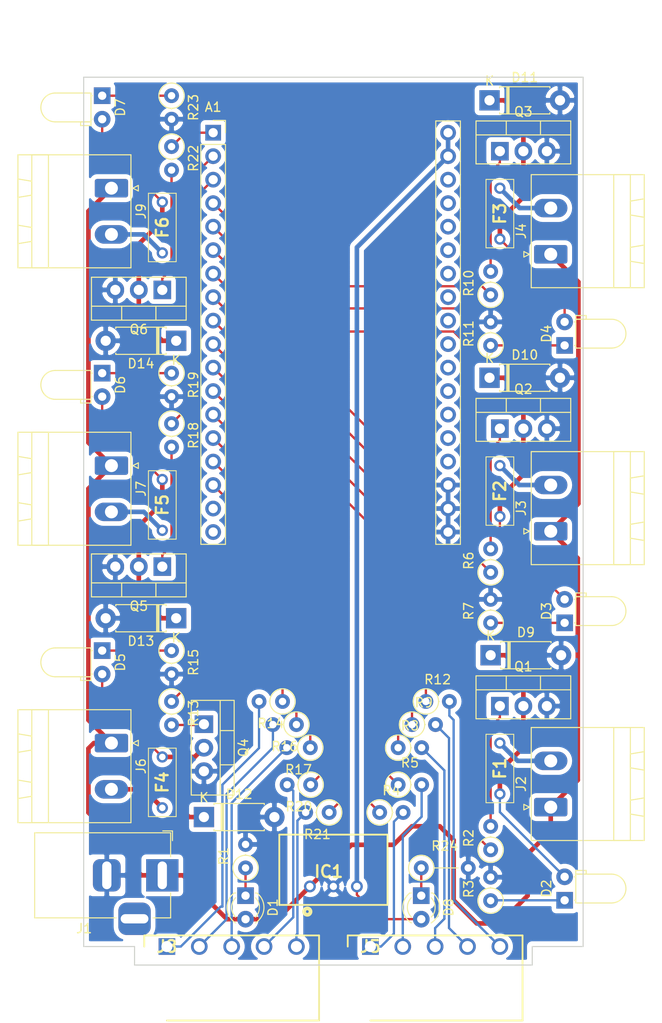
<source format=kicad_pcb>
(kicad_pcb (version 20171130) (host pcbnew "(5.1.4)-1")
  (title_block (title "SPS Ethernet Bell Driver Board") (date 2020-02-24) (rev 1) (company "Swindon Panel Society") (comment 1 "Designed by Laurence Stant"))
  (layers (0 F.Cu signal) (31 B.Cu signal) (34 B.Paste user) (35 F.Paste user) (36 B.SilkS user) (37 F.SilkS user) (38 B.Mask user) (39 F.Mask user) (44 Edge.Cuts user))
  (net 0 "")
  (net 1 "Net-(A1-Pad16)")
  (net 2 "Net-(A1-Pad12)")
  (net 3 "Net-(A1-Pad18)")
  (net 4 "Net-(A1-Pad15)")
  (net 5 "Net-(A1-Pad14)")
  (net 6 "Net-(A1-Pad13)")
  (net 7 "Net-(A1-Pad11)")
  (net 8 "Net-(A1-Pad17)")
  (net 9 "Net-(A1-Pad7)")
  (net 10 "Net-(A1-Pad6)")
  (net 11 "Net-(A1-Pad4)")
  (net 12 "Net-(A1-Pad3)")
  (net 13 "Net-(A1-Pad10)")
  (net 14 "Net-(A1-Pad9)")
  (net 15 "Net-(A1-Pad8)")
  (net 16 "Net-(A1-Pad2)")
  (net 17 "Net-(A1-Pad5)")
  (net 18 "Net-(A1-Pad1)")
  (net 19 "Net-(A1-Pad25)")
  (net 20 "Net-(A1-Pad22)")
  (net 21 "Net-(A1-Pad23)")
  (net 22 "Net-(A1-Pad24)")
  (net 23 "Net-(A1-Pad26)")
  (net 24 "Net-(A1-Pad30)")
  (net 25 "Net-(A1-Pad31)")
  (net 26 "Net-(A1-Pad33)")
  (net 27 "Net-(A1-Pad34)")
  (net 28 "Net-(A1-Pad27)")
  (net 29 "Net-(A1-Pad28)")
  (net 30 "Net-(A1-Pad29)")
  (net 31 "Net-(A1-Pad32)")
  (net 32 "Net-(Q1-Pad1)")
  (net 33 /VCC)
  (net 34 GND)
  (net 35 /V_in)
  (net 36 "Net-(D1-Pad1)")
  (net 37 "Net-(F1-Pad1)")
  (net 38 "Net-(F2-Pad1)")
  (net 39 "Net-(F3-Pad1)")
  (net 40 "Net-(F4-Pad1)")
  (net 41 "Net-(F5-Pad1)")
  (net 42 "Net-(F6-Pad1)")
  (net 43 "Net-(Q2-Pad1)")
  (net 44 "Net-(Q3-Pad1)")
  (net 45 "Net-(Q4-Pad1)")
  (net 46 "Net-(Q5-Pad1)")
  (net 47 "Net-(Q6-Pad1)")
  (net 48 "Net-(D2-Pad2)")
  (net 49 "Net-(D2-Pad1)")
  (net 50 "Net-(D3-Pad1)")
  (net 51 "Net-(D4-Pad1)")
  (net 52 "Net-(D5-Pad1)")
  (net 53 "Net-(D6-Pad1)")
  (net 54 "Net-(D7-Pad1)")
  (net 55 "Net-(J5-Pad5)")
  (net 56 "Net-(J5-Pad4)")
  (net 57 "Net-(J5-Pad3)")
  (net 58 "Net-(J5-Pad2)")
  (net 59 "Net-(J5-Pad1)")
  (net 60 "Net-(J8-Pad5)")
  (net 61 "Net-(J8-Pad4)")
  (net 62 "Net-(J8-Pad3)")
  (net 63 "Net-(J8-Pad2)")
  (net 64 "Net-(J8-Pad1)")
  (net 65 "Net-(D10-Pad1)")
  (net 66 "Net-(D11-Pad1)")
  (net 67 "Net-(D13-Pad1)")
  (net 68 "Net-(D12-Pad1)")
  (net 69 "Net-(D14-Pad1)")
  (net 70 "Net-(D8-Pad1)")
  (module Resistor_THT:R_Axial_DIN0207_L6.3mm_D2.5mm_P5.08mm_Vertical (layer F.Cu) (at 65.5 111)
    (fp_text reference R24 (at 2.54 -2.37) (layer F.SilkS))
    (fp_text value R)
    (pad 2 thru_hole oval (at 5.08 0) (size 1.6 1.6) (drill 0.8) (layers *.Cu *.Mask) (net 34 GND))
    (pad 1 thru_hole circle (at 0 0) (size 1.6 1.6) (drill 0.8) (layers *.Cu *.Mask) (net 70 "Net-(D8-Pad1)"))
  )
  (module BellDriverLib:Wiz550Web (layer F.Cu) (at 43 31.5)
    (fp_text reference A1 (at 0 -2.77) (layer F.SilkS))
    (fp_text value Wiz550Web)
    (pad 36 thru_hole oval (at 25.4 0) (size 1.7 1.7) (drill 1) (layers *.Cu *.Mask) (net 33 /VCC))
    (pad 21 thru_hole oval (at 25.4 38.1) (size 1.7 1.7) (drill 1) (layers *.Cu *.Mask) (net 34 GND))
    (pad 25 thru_hole oval (at 25.4 27.94) (size 1.7 1.7) (drill 1) (layers *.Cu *.Mask) (net 19 "Net-(A1-Pad25)"))
    (pad 19 thru_hole oval (at 25.4 43.18) (size 1.7 1.7) (drill 1) (layers *.Cu *.Mask) (net 34 GND))
    (pad 22 thru_hole oval (at 25.4 35.56) (size 1.7 1.7) (drill 1) (layers *.Cu *.Mask) (net 20 "Net-(A1-Pad22)"))
    (pad 23 thru_hole oval (at 25.4 33.02) (size 1.7 1.7) (drill 1) (layers *.Cu *.Mask) (net 21 "Net-(A1-Pad23)"))
    (pad 24 thru_hole oval (at 25.4 30.48) (size 1.7 1.7) (drill 1) (layers *.Cu *.Mask) (net 22 "Net-(A1-Pad24)"))
    (pad 26 thru_hole oval (at 25.4 25.4) (size 1.7 1.7) (drill 1) (layers *.Cu *.Mask) (net 23 "Net-(A1-Pad26)"))
    (pad 20 thru_hole oval (at 25.4 40.64) (size 1.7 1.7) (drill 1) (layers *.Cu *.Mask) (net 34 GND))
    (pad 30 thru_hole oval (at 25.4 15.24) (size 1.7 1.7) (drill 1) (layers *.Cu *.Mask) (net 24 "Net-(A1-Pad30)"))
    (pad 31 thru_hole oval (at 25.4 12.7) (size 1.7 1.7) (drill 1) (layers *.Cu *.Mask) (net 25 "Net-(A1-Pad31)"))
    (pad 33 thru_hole oval (at 25.4 7.62) (size 1.7 1.7) (drill 1) (layers *.Cu *.Mask) (net 26 "Net-(A1-Pad33)"))
    (pad 34 thru_hole oval (at 25.4 5.08) (size 1.7 1.7) (drill 1) (layers *.Cu *.Mask) (net 27 "Net-(A1-Pad34)"))
    (pad 27 thru_hole oval (at 25.4 22.86) (size 1.7 1.7) (drill 1) (layers *.Cu *.Mask) (net 28 "Net-(A1-Pad27)"))
    (pad 28 thru_hole oval (at 25.4 20.32) (size 1.7 1.7) (drill 1) (layers *.Cu *.Mask) (net 29 "Net-(A1-Pad28)"))
    (pad 29 thru_hole oval (at 25.4 17.78) (size 1.7 1.7) (drill 1) (layers *.Cu *.Mask) (net 30 "Net-(A1-Pad29)"))
    (pad 35 thru_hole oval (at 25.4 2.54) (size 1.7 1.7) (drill 1) (layers *.Cu *.Mask) (net 33 /VCC))
    (pad 32 thru_hole oval (at 25.4 10.16) (size 1.7 1.7) (drill 1) (layers *.Cu *.Mask) (net 31 "Net-(A1-Pad32)"))
    (pad 18 thru_hole oval (at 0 43.18) (size 1.7 1.7) (drill 1) (layers *.Cu *.Mask) (net 3 "Net-(A1-Pad18)"))
    (pad 17 thru_hole oval (at 0 40.64) (size 1.7 1.7) (drill 1) (layers *.Cu *.Mask) (net 8 "Net-(A1-Pad17)"))
    (pad 16 thru_hole oval (at 0 38.1) (size 1.7 1.7) (drill 1) (layers *.Cu *.Mask) (net 1 "Net-(A1-Pad16)"))
    (pad 15 thru_hole oval (at 0 35.56) (size 1.7 1.7) (drill 1) (layers *.Cu *.Mask) (net 4 "Net-(A1-Pad15)"))
    (pad 14 thru_hole oval (at 0 33.02) (size 1.7 1.7) (drill 1) (layers *.Cu *.Mask) (net 5 "Net-(A1-Pad14)"))
    (pad 13 thru_hole oval (at 0 30.48) (size 1.7 1.7) (drill 1) (layers *.Cu *.Mask) (net 6 "Net-(A1-Pad13)"))
    (pad 12 thru_hole oval (at 0 27.94) (size 1.7 1.7) (drill 1) (layers *.Cu *.Mask) (net 2 "Net-(A1-Pad12)"))
    (pad 11 thru_hole oval (at 0 25.4) (size 1.7 1.7) (drill 1) (layers *.Cu *.Mask) (net 7 "Net-(A1-Pad11)"))
    (pad 10 thru_hole oval (at 0 22.86) (size 1.7 1.7) (drill 1) (layers *.Cu *.Mask) (net 13 "Net-(A1-Pad10)"))
    (pad 9 thru_hole oval (at 0 20.32) (size 1.7 1.7) (drill 1) (layers *.Cu *.Mask) (net 14 "Net-(A1-Pad9)"))
    (pad 8 thru_hole oval (at 0 17.78) (size 1.7 1.7) (drill 1) (layers *.Cu *.Mask) (net 15 "Net-(A1-Pad8)"))
    (pad 7 thru_hole oval (at 0 15.24) (size 1.7 1.7) (drill 1) (layers *.Cu *.Mask) (net 9 "Net-(A1-Pad7)"))
    (pad 6 thru_hole oval (at 0 12.7) (size 1.7 1.7) (drill 1) (layers *.Cu *.Mask) (net 10 "Net-(A1-Pad6)"))
    (pad 5 thru_hole oval (at 0 10.16) (size 1.7 1.7) (drill 1) (layers *.Cu *.Mask) (net 17 "Net-(A1-Pad5)"))
    (pad 4 thru_hole oval (at 0 7.62) (size 1.7 1.7) (drill 1) (layers *.Cu *.Mask) (net 11 "Net-(A1-Pad4)"))
    (pad 3 thru_hole oval (at 0 5.08) (size 1.7 1.7) (drill 1) (layers *.Cu *.Mask) (net 12 "Net-(A1-Pad3)"))
    (pad 2 thru_hole oval (at 0 2.54) (size 1.7 1.7) (drill 1) (layers *.Cu *.Mask) (net 16 "Net-(A1-Pad2)"))
    (pad 1 thru_hole rect (at 0 0) (size 1.7 1.7) (drill 1) (layers *.Cu *.Mask) (net 18 "Net-(A1-Pad1)"))
  )
  (module SamacSys_Parts:1590B (layer F.Cu) (at 28 19)
    (fp_text reference H1 hide)
    (fp_text value 1590B)
  )
  (module Diode_THT:D_DO-41_SOD81_P7.62mm_Horizontal (layer F.Cu) (at 39 54 180)
    (fp_text reference D14 (at 3.81 -2.47) (layer F.SilkS))
    (fp_text value D)
    (fp_text user K (at 0 -2.1) (layer F.SilkS))
    (pad 2 thru_hole oval (at 7.62 0 180) (size 2.2 2.2) (drill 1.1) (layers *.Cu *.Mask) (net 34 GND))
    (pad 1 thru_hole rect (at 0 0 180) (size 2.2 2.2) (drill 1.1) (layers *.Cu *.Mask) (net 69 "Net-(D14-Pad1)"))
  )
  (module Diode_THT:D_DO-41_SOD81_P7.62mm_Horizontal (layer F.Cu) (at 39 84 180)
    (fp_text reference D13 (at 3.81 -2.47) (layer F.SilkS))
    (fp_text value D)
    (fp_text user K (at 0 -2.1) (layer F.SilkS))
    (pad 2 thru_hole oval (at 7.62 0 180) (size 2.2 2.2) (drill 1.1) (layers *.Cu *.Mask) (net 34 GND))
    (pad 1 thru_hole rect (at 0 0 180) (size 2.2 2.2) (drill 1.1) (layers *.Cu *.Mask) (net 67 "Net-(D13-Pad1)"))
  )
  (module Diode_THT:D_DO-41_SOD81_P7.62mm_Horizontal (layer F.Cu) (at 42 105.5)
    (fp_text reference D12 (at 3.81 -2.47) (layer F.SilkS))
    (fp_text value D)
    (fp_text user K (at 0 -2.1) (layer F.SilkS))
    (pad 2 thru_hole oval (at 7.62 0) (size 2.2 2.2) (drill 1.1) (layers *.Cu *.Mask) (net 34 GND))
    (pad 1 thru_hole rect (at 0 0) (size 2.2 2.2) (drill 1.1) (layers *.Cu *.Mask) (net 68 "Net-(D12-Pad1)"))
  )
  (module Diode_THT:D_DO-41_SOD81_P7.62mm_Horizontal (layer F.Cu) (at 72.88 28)
    (fp_text reference D11 (at 3.81 -2.47) (layer F.SilkS))
    (fp_text value D)
    (fp_text user K (at 0 -2.1) (layer F.SilkS))
    (pad 2 thru_hole oval (at 7.62 0) (size 2.2 2.2) (drill 1.1) (layers *.Cu *.Mask) (net 34 GND))
    (pad 1 thru_hole rect (at 0 0) (size 2.2 2.2) (drill 1.1) (layers *.Cu *.Mask) (net 66 "Net-(D11-Pad1)"))
  )
  (module Diode_THT:D_DO-41_SOD81_P7.62mm_Horizontal (layer F.Cu) (at 72.88 58)
    (fp_text reference D10 (at 3.81 -2.47) (layer F.SilkS))
    (fp_text value D)
    (fp_text user K (at 0 -2.1) (layer F.SilkS))
    (pad 2 thru_hole oval (at 7.62 0) (size 2.2 2.2) (drill 1.1) (layers *.Cu *.Mask) (net 34 GND))
    (pad 1 thru_hole rect (at 0 0) (size 2.2 2.2) (drill 1.1) (layers *.Cu *.Mask) (net 65 "Net-(D10-Pad1)"))
  )
  (module Diode_THT:D_DO-41_SOD81_P7.62mm_Horizontal (layer F.Cu) (at 73 88)
    (fp_text reference D9 (at 3.81 -2.47) (layer F.SilkS))
    (fp_text value D)
    (fp_text user K (at 0 -2.1) (layer F.SilkS))
    (pad 2 thru_hole oval (at 7.62 0) (size 2.2 2.2) (drill 1.1) (layers *.Cu *.Mask) (net 34 GND))
    (pad 1 thru_hole rect (at 0 0) (size 2.2 2.2) (drill 1.1) (layers *.Cu *.Mask) (net 48 "Net-(D2-Pad2)"))
  )
  (module LED_THT:LED_D3.0mm (layer F.Cu) (at 65.5 114 270)
    (fp_text reference D8 (at 1.27 -2.96 90) (layer F.SilkS))
    (fp_text value LED)
    (pad 2 thru_hole circle (at 2.54 0 270) (size 1.8 1.8) (drill 0.9) (layers *.Cu *.Mask) (net 33 /VCC))
    (pad 1 thru_hole rect (at 0 0 270) (size 1.8 1.8) (drill 0.9) (layers *.Cu *.Mask) (net 70 "Net-(D8-Pad1)"))
  )
  (module LED_THT:LED_D3.0mm_Horizontal_O1.27mm_Z2.0mm (layer F.Cu) (at 31 57.5 270)
    (fp_text reference D6 (at 1.27 -1.96 90) (layer F.SilkS))
    (fp_text value LED)
    (pad 2 thru_hole circle (at 2.54 0 270) (size 1.8 1.8) (drill 0.9) (layers *.Cu *.Mask) (net 67 "Net-(D13-Pad1)"))
    (pad 1 thru_hole rect (at 0 0 270) (size 1.8 1.8) (drill 0.9) (layers *.Cu *.Mask) (net 53 "Net-(D6-Pad1)"))
  )
  (module LED_THT:LED_D3.0mm_Horizontal_O1.27mm_Z2.0mm (layer F.Cu) (at 81 54.5 90)
    (fp_text reference D4 (at 1.27 -1.96 90) (layer F.SilkS))
    (fp_text value LED)
    (pad 2 thru_hole circle (at 2.54 0 90) (size 1.8 1.8) (drill 0.9) (layers *.Cu *.Mask) (net 66 "Net-(D11-Pad1)"))
    (pad 1 thru_hole rect (at 0 0 90) (size 1.8 1.8) (drill 0.9) (layers *.Cu *.Mask) (net 51 "Net-(D4-Pad1)"))
  )
  (module LED_THT:LED_D3.0mm_Horizontal_O1.27mm_Z2.0mm (layer F.Cu) (at 81 114.5 90)
    (fp_text reference D2 (at 1.27 -1.96 90) (layer F.SilkS))
    (fp_text value LED)
    (pad 2 thru_hole circle (at 2.54 0 90) (size 1.8 1.8) (drill 0.9) (layers *.Cu *.Mask) (net 48 "Net-(D2-Pad2)"))
    (pad 1 thru_hole rect (at 0 0 90) (size 1.8 1.8) (drill 0.9) (layers *.Cu *.Mask) (net 49 "Net-(D2-Pad1)"))
  )
  (module LED_THT:LED_D3.0mm (layer F.Cu) (at 46.5 114 270)
    (fp_text reference D1 (at 1.27 -2.96 90) (layer F.SilkS))
    (fp_text value LED)
    (pad 2 thru_hole circle (at 2.54 0 270) (size 1.8 1.8) (drill 0.9) (layers *.Cu *.Mask) (net 35 /V_in))
    (pad 1 thru_hole rect (at 0 0 270) (size 1.8 1.8) (drill 0.9) (layers *.Cu *.Mask) (net 36 "Net-(D1-Pad1)"))
  )
  (module SamacSys_Parts:TSR-1-2433 (layer F.Cu) (at 56 113)
    (fp_text reference IC1 (at -0.50851 -1.60514) (layer F.SilkS) (effects (font (size 1.27 1.27) (thickness 0.254))))
    (fp_text value TSR_1-2433 hide)
    (pad 3 thru_hole circle (at 2.54 0) (size 1.28 1.28) (drill 0.78) (layers *.Cu *.Mask) (net 33 /VCC))
    (pad 2 thru_hole circle (at 0 0) (size 1.28 1.28) (drill 0.78) (layers *.Cu *.Mask) (net 34 GND))
    (pad 1 thru_hole circle (at -2.54 0) (size 1.28 1.28) (drill 0.78) (layers *.Cu *.Mask) (net 35 /V_in))
  )
  (module SamacSys_Parts:RXEF0172 (layer F.Cu) (at 37.5 44.5 90)
    (fp_text reference F6 (at 2.75 0 90) (layer F.SilkS) (effects (font (size 1.27 1.27) (thickness 0.254))))
    (fp_text value Fuse hide)
    (pad 2 thru_hole circle (at 5.5 0 90) (size 1.217 1.217) (drill 0.71) (layers *.Cu *.Mask) (net 69 "Net-(D14-Pad1)"))
    (pad 1 thru_hole circle (at 0 0 90) (size 1.217 1.217) (drill 0.71) (layers *.Cu *.Mask) (net 42 "Net-(F6-Pad1)"))
  )
  (module SamacSys_Parts:RXEF0172 (layer F.Cu) (at 37.5 74.5 90)
    (fp_text reference F5 (at 2.75 0 90) (layer F.SilkS) (effects (font (size 1.27 1.27) (thickness 0.254))))
    (fp_text value Fuse hide)
    (pad 2 thru_hole circle (at 5.5 0 90) (size 1.217 1.217) (drill 0.71) (layers *.Cu *.Mask) (net 67 "Net-(D13-Pad1)"))
    (pad 1 thru_hole circle (at 0 0 90) (size 1.217 1.217) (drill 0.71) (layers *.Cu *.Mask) (net 41 "Net-(F5-Pad1)"))
  )
  (module SamacSys_Parts:RXEF0172 (layer F.Cu) (at 37.5 104.5 90)
    (fp_text reference F4 (at 2.75 0 90) (layer F.SilkS) (effects (font (size 1.27 1.27) (thickness 0.254))))
    (fp_text value Fuse hide)
    (pad 2 thru_hole circle (at 5.5 0 90) (size 1.217 1.217) (drill 0.71) (layers *.Cu *.Mask) (net 68 "Net-(D12-Pad1)"))
    (pad 1 thru_hole circle (at 0 0 90) (size 1.217 1.217) (drill 0.71) (layers *.Cu *.Mask) (net 40 "Net-(F4-Pad1)"))
  )
  (module SamacSys_Parts:RXEF0172 (layer F.Cu) (at 74 37.5 270)
    (fp_text reference F3 (at 2.75 0 90) (layer F.SilkS) (effects (font (size 1.27 1.27) (thickness 0.254))))
    (fp_text value Fuse hide)
    (pad 2 thru_hole circle (at 5.5 0 270) (size 1.217 1.217) (drill 0.71) (layers *.Cu *.Mask) (net 66 "Net-(D11-Pad1)"))
    (pad 1 thru_hole circle (at 0 0 270) (size 1.217 1.217) (drill 0.71) (layers *.Cu *.Mask) (net 39 "Net-(F3-Pad1)"))
  )
  (module SamacSys_Parts:RXEF0172 (layer F.Cu) (at 74 67.5 270)
    (fp_text reference F2 (at 2.75 0 90) (layer F.SilkS) (effects (font (size 1.27 1.27) (thickness 0.254))))
    (fp_text value Fuse hide)
    (pad 2 thru_hole circle (at 5.5 0 270) (size 1.217 1.217) (drill 0.71) (layers *.Cu *.Mask) (net 65 "Net-(D10-Pad1)"))
    (pad 1 thru_hole circle (at 0 0 270) (size 1.217 1.217) (drill 0.71) (layers *.Cu *.Mask) (net 38 "Net-(F2-Pad1)"))
  )
  (module SamacSys_Parts:RXEF0172 (layer F.Cu) (at 74 97.5 270)
    (fp_text reference F1 (at 2.75 0 90) (layer F.SilkS) (effects (font (size 1.27 1.27) (thickness 0.254))))
    (fp_text value Fuse hide)
    (pad 2 thru_hole circle (at 5.5 0 270) (size 1.217 1.217) (drill 0.71) (layers *.Cu *.Mask) (net 48 "Net-(D2-Pad2)"))
    (pad 1 thru_hole circle (at 0 0 270) (size 1.217 1.217) (drill 0.71) (layers *.Cu *.Mask) (net 37 "Net-(F1-Pad1)"))
  )
  (module Resistor_THT:R_Axial_DIN0207_L6.3mm_D2.5mm_P2.54mm_Vertical (layer F.Cu) (at 38.5 33 270)
    (fp_text reference R22 (at 1.27 -2.37 90) (layer F.SilkS))
    (fp_text value R)
    (pad 2 thru_hole oval (at 2.54 0 270) (size 1.6 1.6) (drill 0.8) (layers *.Cu *.Mask) (net 47 "Net-(Q6-Pad1)"))
    (pad 1 thru_hole circle (at 0 0 270) (size 1.6 1.6) (drill 0.8) (layers *.Cu *.Mask) (net 18 "Net-(A1-Pad1)"))
  )
  (module Resistor_THT:R_Axial_DIN0207_L6.3mm_D2.5mm_P2.54mm_Vertical (layer F.Cu) (at 38.5 27.5 270)
    (fp_text reference R23 (at 1.27 -2.37 90) (layer F.SilkS))
    (fp_text value R)
    (pad 2 thru_hole oval (at 2.54 0 270) (size 1.6 1.6) (drill 0.8) (layers *.Cu *.Mask) (net 34 GND))
    (pad 1 thru_hole circle (at 0 0 270) (size 1.6 1.6) (drill 0.8) (layers *.Cu *.Mask) (net 54 "Net-(D7-Pad1)"))
  )
  (module Resistor_THT:R_Axial_DIN0207_L6.3mm_D2.5mm_P2.54mm_Vertical (layer F.Cu) (at 55.54 105 180)
    (fp_text reference R21 (at 1.27 -2.37) (layer F.SilkS))
    (fp_text value R)
    (pad 2 thru_hole oval (at 2.54 0 180) (size 1.6 1.6) (drill 0.8) (layers *.Cu *.Mask) (net 60 "Net-(J8-Pad5)"))
    (pad 1 thru_hole circle (at 0 0 180) (size 1.6 1.6) (drill 0.8) (layers *.Cu *.Mask) (net 2 "Net-(A1-Pad12)"))
  )
  (module Resistor_THT:R_Axial_DIN0207_L6.3mm_D2.5mm_P2.54mm_Vertical (layer F.Cu) (at 53.54 102 180)
    (fp_text reference R20 (at 1.27 -2.37) (layer F.SilkS))
    (fp_text value R)
    (pad 2 thru_hole oval (at 2.54 0 180) (size 1.6 1.6) (drill 0.8) (layers *.Cu *.Mask) (net 61 "Net-(J8-Pad4)"))
    (pad 1 thru_hole circle (at 0 0 180) (size 1.6 1.6) (drill 0.8) (layers *.Cu *.Mask) (net 6 "Net-(A1-Pad13)"))
  )
  (module Resistor_THT:R_Axial_DIN0207_L6.3mm_D2.5mm_P2.54mm_Vertical (layer F.Cu) (at 38.5 62.96 270)
    (fp_text reference R18 (at 1.27 -2.37 90) (layer F.SilkS))
    (fp_text value R)
    (pad 2 thru_hole oval (at 2.54 0 270) (size 1.6 1.6) (drill 0.8) (layers *.Cu *.Mask) (net 46 "Net-(Q5-Pad1)"))
    (pad 1 thru_hole circle (at 0 0 270) (size 1.6 1.6) (drill 0.8) (layers *.Cu *.Mask) (net 16 "Net-(A1-Pad2)"))
  )
  (module Resistor_THT:R_Axial_DIN0207_L6.3mm_D2.5mm_P2.54mm_Vertical (layer F.Cu) (at 38.5 57.5 270)
    (fp_text reference R19 (at 1.27 -2.37 90) (layer F.SilkS))
    (fp_text value R)
    (pad 2 thru_hole oval (at 2.54 0 270) (size 1.6 1.6) (drill 0.8) (layers *.Cu *.Mask) (net 34 GND))
    (pad 1 thru_hole circle (at 0 0 270) (size 1.6 1.6) (drill 0.8) (layers *.Cu *.Mask) (net 53 "Net-(D6-Pad1)"))
  )
  (module Resistor_THT:R_Axial_DIN0207_L6.3mm_D2.5mm_P2.54mm_Vertical (layer F.Cu) (at 53.5 98 180)
    (fp_text reference R17 (at 1.27 -2.37) (layer F.SilkS))
    (fp_text value R)
    (pad 2 thru_hole oval (at 2.54 0 180) (size 1.6 1.6) (drill 0.8) (layers *.Cu *.Mask) (net 62 "Net-(J8-Pad3)"))
    (pad 1 thru_hole circle (at 0 0 180) (size 1.6 1.6) (drill 0.8) (layers *.Cu *.Mask) (net 5 "Net-(A1-Pad14)"))
  )
  (module Resistor_THT:R_Axial_DIN0207_L6.3mm_D2.5mm_P2.54mm_Vertical (layer F.Cu) (at 52 95.5 180)
    (fp_text reference R16 (at 1.27 -2.37) (layer F.SilkS))
    (fp_text value R)
    (pad 2 thru_hole oval (at 2.54 0 180) (size 1.6 1.6) (drill 0.8) (layers *.Cu *.Mask) (net 63 "Net-(J8-Pad2)"))
    (pad 1 thru_hole circle (at 0 0 180) (size 1.6 1.6) (drill 0.8) (layers *.Cu *.Mask) (net 4 "Net-(A1-Pad15)"))
  )
  (module Resistor_THT:R_Axial_DIN0207_L6.3mm_D2.5mm_P2.54mm_Vertical (layer F.Cu) (at 50.5 93 180)
    (fp_text reference R14 (at 1.27 -2.37) (layer F.SilkS))
    (fp_text value R)
    (pad 2 thru_hole oval (at 2.54 0 180) (size 1.6 1.6) (drill 0.8) (layers *.Cu *.Mask) (net 64 "Net-(J8-Pad1)"))
    (pad 1 thru_hole circle (at 0 0 180) (size 1.6 1.6) (drill 0.8) (layers *.Cu *.Mask) (net 1 "Net-(A1-Pad16)"))
  )
  (module Resistor_THT:R_Axial_DIN0207_L6.3mm_D2.5mm_P2.54mm_Vertical (layer F.Cu) (at 38.5 93 270)
    (fp_text reference R13 (at 1.27 -2.37 90) (layer F.SilkS))
    (fp_text value R)
    (pad 2 thru_hole oval (at 2.54 0 270) (size 1.6 1.6) (drill 0.8) (layers *.Cu *.Mask) (net 45 "Net-(Q4-Pad1)"))
    (pad 1 thru_hole circle (at 0 0 270) (size 1.6 1.6) (drill 0.8) (layers *.Cu *.Mask) (net 12 "Net-(A1-Pad3)"))
  )
  (module Resistor_THT:R_Axial_DIN0207_L6.3mm_D2.5mm_P2.54mm_Vertical (layer F.Cu) (at 38.5 87.5 270)
    (fp_text reference R15 (at 1.27 -2.37 90) (layer F.SilkS))
    (fp_text value R)
    (pad 2 thru_hole oval (at 2.54 0 270) (size 1.6 1.6) (drill 0.8) (layers *.Cu *.Mask) (net 34 GND))
    (pad 1 thru_hole circle (at 0 0 270) (size 1.6 1.6) (drill 0.8) (layers *.Cu *.Mask) (net 52 "Net-(D5-Pad1)"))
  )
  (module Resistor_THT:R_Axial_DIN0207_L6.3mm_D2.5mm_P2.54mm_Vertical (layer F.Cu) (at 66 93)
    (fp_text reference R12 (at 1.27 -2.37) (layer F.SilkS))
    (fp_text value R)
    (pad 2 thru_hole oval (at 2.54 0) (size 1.6 1.6) (drill 0.8) (layers *.Cu *.Mask) (net 55 "Net-(J5-Pad5)"))
    (pad 1 thru_hole circle (at 0 0) (size 1.6 1.6) (drill 0.8) (layers *.Cu *.Mask) (net 9 "Net-(A1-Pad7)"))
  )
  (module Resistor_THT:R_Axial_DIN0207_L6.3mm_D2.5mm_P2.54mm_Vertical (layer F.Cu) (at 73 49.04 90)
    (fp_text reference R10 (at 1.27 -2.37 90) (layer F.SilkS))
    (fp_text value R)
    (pad 2 thru_hole oval (at 2.54 0 90) (size 1.6 1.6) (drill 0.8) (layers *.Cu *.Mask) (net 44 "Net-(Q3-Pad1)"))
    (pad 1 thru_hole circle (at 0 0 90) (size 1.6 1.6) (drill 0.8) (layers *.Cu *.Mask) (net 11 "Net-(A1-Pad4)"))
  )
  (module Resistor_THT:R_Axial_DIN0207_L6.3mm_D2.5mm_P2.54mm_Vertical (layer F.Cu) (at 73 54.5 90)
    (fp_text reference R11 (at 1.27 -2.37 90) (layer F.SilkS))
    (fp_text value R)
    (pad 2 thru_hole oval (at 2.54 0 90) (size 1.6 1.6) (drill 0.8) (layers *.Cu *.Mask) (net 34 GND))
    (pad 1 thru_hole circle (at 0 0 90) (size 1.6 1.6) (drill 0.8) (layers *.Cu *.Mask) (net 51 "Net-(D4-Pad1)"))
  )
  (module Resistor_THT:R_Axial_DIN0207_L6.3mm_D2.5mm_P2.54mm_Vertical (layer F.Cu) (at 64.5 95.5)
    (fp_text reference R9 (at 1.27 -2.37) (layer F.SilkS))
    (fp_text value R)
    (pad 2 thru_hole oval (at 2.54 0) (size 1.6 1.6) (drill 0.8) (layers *.Cu *.Mask) (net 56 "Net-(J5-Pad4)"))
    (pad 1 thru_hole circle (at 0 0) (size 1.6 1.6) (drill 0.8) (layers *.Cu *.Mask) (net 15 "Net-(A1-Pad8)"))
  )
  (module Resistor_THT:R_Axial_DIN0207_L6.3mm_D2.5mm_P2.54mm_Vertical (layer F.Cu) (at 63 98)
    (fp_text reference R8 (at 1.27 -2.37) (layer F.SilkS))
    (fp_text value R)
    (pad 2 thru_hole oval (at 2.54 0) (size 1.6 1.6) (drill 0.8) (layers *.Cu *.Mask) (net 57 "Net-(J5-Pad3)"))
    (pad 1 thru_hole circle (at 0 0) (size 1.6 1.6) (drill 0.8) (layers *.Cu *.Mask) (net 14 "Net-(A1-Pad9)"))
  )
  (module Resistor_THT:R_Axial_DIN0207_L6.3mm_D2.5mm_P2.54mm_Vertical (layer F.Cu) (at 73 79.04 90)
    (fp_text reference R6 (at 1.27 -2.37 90) (layer F.SilkS))
    (fp_text value R)
    (pad 2 thru_hole oval (at 2.54 0 90) (size 1.6 1.6) (drill 0.8) (layers *.Cu *.Mask) (net 43 "Net-(Q2-Pad1)"))
    (pad 1 thru_hole circle (at 0 0 90) (size 1.6 1.6) (drill 0.8) (layers *.Cu *.Mask) (net 17 "Net-(A1-Pad5)"))
  )
  (module Resistor_THT:R_Axial_DIN0207_L6.3mm_D2.5mm_P2.54mm_Vertical (layer F.Cu) (at 63 102)
    (fp_text reference R5 (at 1.27 -2.37) (layer F.SilkS))
    (fp_text value R)
    (pad 2 thru_hole oval (at 2.54 0) (size 1.6 1.6) (drill 0.8) (layers *.Cu *.Mask) (net 58 "Net-(J5-Pad2)"))
    (pad 1 thru_hole circle (at 0 0) (size 1.6 1.6) (drill 0.8) (layers *.Cu *.Mask) (net 13 "Net-(A1-Pad10)"))
  )
  (module Resistor_THT:R_Axial_DIN0207_L6.3mm_D2.5mm_P2.54mm_Vertical (layer F.Cu) (at 73 84.5 90)
    (fp_text reference R7 (at 1.27 -2.37 90) (layer F.SilkS))
    (fp_text value R)
    (pad 2 thru_hole oval (at 2.54 0 90) (size 1.6 1.6) (drill 0.8) (layers *.Cu *.Mask) (net 34 GND))
    (pad 1 thru_hole circle (at 0 0 90) (size 1.6 1.6) (drill 0.8) (layers *.Cu *.Mask) (net 50 "Net-(D3-Pad1)"))
  )
  (module Resistor_THT:R_Axial_DIN0207_L6.3mm_D2.5mm_P2.54mm_Vertical (layer F.Cu) (at 61 105)
    (fp_text reference R4 (at 1.27 -2.37) (layer F.SilkS))
    (fp_text value R)
    (pad 2 thru_hole oval (at 2.54 0) (size 1.6 1.6) (drill 0.8) (layers *.Cu *.Mask) (net 59 "Net-(J5-Pad1)"))
    (pad 1 thru_hole circle (at 0 0) (size 1.6 1.6) (drill 0.8) (layers *.Cu *.Mask) (net 7 "Net-(A1-Pad11)"))
  )
  (module Resistor_THT:R_Axial_DIN0207_L6.3mm_D2.5mm_P2.54mm_Vertical (layer F.Cu) (at 73 109.04 90)
    (fp_text reference R2 (at 1.27 -2.37 90) (layer F.SilkS))
    (fp_text value R)
    (pad 1 thru_hole circle (at 0 0 90) (size 1.6 1.6) (drill 0.8) (layers *.Cu *.Mask) (net 10 "Net-(A1-Pad6)"))
    (pad 2 thru_hole oval (at 2.54 0 90) (size 1.6 1.6) (drill 0.8) (layers *.Cu *.Mask) (net 32 "Net-(Q1-Pad1)"))
  )
  (module Resistor_THT:R_Axial_DIN0207_L6.3mm_D2.5mm_P2.54mm_Vertical (layer F.Cu) (at 73 114.54 90)
    (fp_text reference R3 (at 1.27 -2.37 90) (layer F.SilkS))
    (fp_text value R)
    (pad 2 thru_hole oval (at 2.54 0 90) (size 1.6 1.6) (drill 0.8) (layers *.Cu *.Mask) (net 34 GND))
    (pad 1 thru_hole circle (at 0 0 90) (size 1.6 1.6) (drill 0.8) (layers *.Cu *.Mask) (net 49 "Net-(D2-Pad1)"))
  )
  (module Resistor_THT:R_Axial_DIN0207_L6.3mm_D2.5mm_P2.54mm_Vertical (layer F.Cu) (at 46.5 111 90)
    (fp_text reference R1 (at 1.27 -2.37 90) (layer F.SilkS))
    (fp_text value R)
    (pad 2 thru_hole oval (at 2.54 0 90) (size 1.6 1.6) (drill 0.8) (layers *.Cu *.Mask) (net 34 GND))
    (pad 1 thru_hole circle (at 0 0 90) (size 1.6 1.6) (drill 0.8) (layers *.Cu *.Mask) (net 36 "Net-(D1-Pad1)"))
  )
  (module Package_TO_SOT_THT:TO-220-3_Vertical (layer F.Cu) (at 74 33.5)
    (fp_text reference Q3 (at 2.54 -4.27) (layer F.SilkS))
    (fp_text value TIP120)
    (pad 3 thru_hole oval (at 5.08 0) (size 1.905 2) (drill 1.1) (layers *.Cu *.Mask) (net 34 GND))
    (pad 2 thru_hole oval (at 2.54 0) (size 1.905 2) (drill 1.1) (layers *.Cu *.Mask) (net 66 "Net-(D11-Pad1)"))
    (pad 1 thru_hole rect (at 0 0) (size 1.905 2) (drill 1.1) (layers *.Cu *.Mask) (net 44 "Net-(Q3-Pad1)"))
  )
  (module Package_TO_SOT_THT:TO-220-3_Vertical (layer F.Cu) (at 74 93.5)
    (fp_text reference Q1 (at 2.54 -4.27) (layer F.SilkS))
    (fp_text value TIP120)
    (pad 3 thru_hole oval (at 5.08 0) (size 1.905 2) (drill 1.1) (layers *.Cu *.Mask) (net 34 GND))
    (pad 2 thru_hole oval (at 2.54 0) (size 1.905 2) (drill 1.1) (layers *.Cu *.Mask) (net 48 "Net-(D2-Pad2)"))
    (pad 1 thru_hole rect (at 0 0) (size 1.905 2) (drill 1.1) (layers *.Cu *.Mask) (net 32 "Net-(Q1-Pad1)"))
  )
  (module Package_TO_SOT_THT:TO-220-3_Vertical (layer F.Cu) (at 37.5 78.42 180)
    (fp_text reference Q5 (at 2.54 -4.27) (layer F.SilkS))
    (fp_text value TIP120)
    (pad 3 thru_hole oval (at 5.08 0 180) (size 1.905 2) (drill 1.1) (layers *.Cu *.Mask) (net 34 GND))
    (pad 2 thru_hole oval (at 2.54 0 180) (size 1.905 2) (drill 1.1) (layers *.Cu *.Mask) (net 67 "Net-(D13-Pad1)"))
    (pad 1 thru_hole rect (at 0 0 180) (size 1.905 2) (drill 1.1) (layers *.Cu *.Mask) (net 46 "Net-(Q5-Pad1)"))
  )
  (module Package_TO_SOT_THT:TO-220-3_Vertical (layer F.Cu) (at 42 95.46 270)
    (fp_text reference Q4 (at 2.54 -4.27 90) (layer F.SilkS))
    (fp_text value TIP120)
    (pad 3 thru_hole oval (at 5.08 0 270) (size 1.905 2) (drill 1.1) (layers *.Cu *.Mask) (net 34 GND))
    (pad 2 thru_hole oval (at 2.54 0 270) (size 1.905 2) (drill 1.1) (layers *.Cu *.Mask) (net 68 "Net-(D12-Pad1)"))
    (pad 1 thru_hole rect (at 0 0 270) (size 1.905 2) (drill 1.1) (layers *.Cu *.Mask) (net 45 "Net-(Q4-Pad1)"))
  )
  (module Package_TO_SOT_THT:TO-220-3_Vertical (layer F.Cu) (at 37.5 48.5 180)
    (fp_text reference Q6 (at 2.54 -4.27) (layer F.SilkS))
    (fp_text value TIP120)
    (pad 3 thru_hole oval (at 5.08 0 180) (size 1.905 2) (drill 1.1) (layers *.Cu *.Mask) (net 34 GND))
    (pad 2 thru_hole oval (at 2.54 0 180) (size 1.905 2) (drill 1.1) (layers *.Cu *.Mask) (net 69 "Net-(D14-Pad1)"))
    (pad 1 thru_hole rect (at 0 0 180) (size 1.905 2) (drill 1.1) (layers *.Cu *.Mask) (net 47 "Net-(Q6-Pad1)"))
  )
  (module Package_TO_SOT_THT:TO-220-3_Vertical (layer F.Cu) (at 74 63.5)
    (fp_text reference Q2 (at 2.54 -4.27) (layer F.SilkS))
    (fp_text value TIP120)
    (pad 3 thru_hole oval (at 5.08 0) (size 1.905 2) (drill 1.1) (layers *.Cu *.Mask) (net 34 GND))
    (pad 2 thru_hole oval (at 2.54 0) (size 1.905 2) (drill 1.1) (layers *.Cu *.Mask) (net 65 "Net-(D10-Pad1)"))
    (pad 1 thru_hole rect (at 0 0) (size 1.905 2) (drill 1.1) (layers *.Cu *.Mask) (net 43 "Net-(Q2-Pad1)"))
  )
  (module SamacSys_Parts:SHDR5W100P0X350_1X5_1890X920X725P (layer F.Cu) (at 60 119.5)
    (fp_text reference J5 (at 0 0) (layer F.SilkS) (effects (font (size 1.27 1.27) (thickness 0.254))))
    (fp_text value Screw_Terminal_01x05 hide)
    (pad 5 thru_hole circle (at 14 0) (size 1.8 1.8) (drill 1.2) (layers *.Cu *.Mask) (net 55 "Net-(J5-Pad5)"))
    (pad 4 thru_hole circle (at 10.5 0) (size 1.8 1.8) (drill 1.2) (layers *.Cu *.Mask) (net 56 "Net-(J5-Pad4)"))
    (pad 3 thru_hole circle (at 7 0) (size 1.8 1.8) (drill 1.2) (layers *.Cu *.Mask) (net 57 "Net-(J5-Pad3)"))
    (pad 2 thru_hole circle (at 3.5 0) (size 1.8 1.8) (drill 1.2) (layers *.Cu *.Mask) (net 58 "Net-(J5-Pad2)"))
    (pad 1 thru_hole rect (at 0 0) (size 1.8 1.8) (drill 1.2) (layers *.Cu *.Mask) (net 59 "Net-(J5-Pad1)"))
  )
  (module SamacSys_Parts:SHDR5W100P0X350_1X5_1890X920X725P (layer F.Cu) (at 38 119.5)
    (fp_text reference J8 (at 0 0) (layer F.SilkS) (effects (font (size 1.27 1.27) (thickness 0.254))))
    (fp_text value Screw_Terminal_01x05 hide)
    (pad 5 thru_hole circle (at 14 0) (size 1.8 1.8) (drill 1.2) (layers *.Cu *.Mask) (net 60 "Net-(J8-Pad5)"))
    (pad 4 thru_hole circle (at 10.5 0) (size 1.8 1.8) (drill 1.2) (layers *.Cu *.Mask) (net 61 "Net-(J8-Pad4)"))
    (pad 3 thru_hole circle (at 7 0) (size 1.8 1.8) (drill 1.2) (layers *.Cu *.Mask) (net 62 "Net-(J8-Pad3)"))
    (pad 2 thru_hole circle (at 3.5 0) (size 1.8 1.8) (drill 1.2) (layers *.Cu *.Mask) (net 63 "Net-(J8-Pad2)"))
    (pad 1 thru_hole rect (at 0 0) (size 1.8 1.8) (drill 1.2) (layers *.Cu *.Mask) (net 64 "Net-(J8-Pad1)"))
  )
  (module LED_THT:LED_D3.0mm_Horizontal_O1.27mm_Z2.0mm (layer F.Cu) (at 31 27.5 270)
    (fp_text reference D7 (at 1.27 -1.96 90) (layer F.SilkS))
    (fp_text value LED)
    (pad 2 thru_hole circle (at 2.54 0 270) (size 1.8 1.8) (drill 0.9) (layers *.Cu *.Mask) (net 69 "Net-(D14-Pad1)"))
    (pad 1 thru_hole rect (at 0 0 270) (size 1.8 1.8) (drill 0.9) (layers *.Cu *.Mask) (net 54 "Net-(D7-Pad1)"))
  )
  (module LED_THT:LED_D3.0mm_Horizontal_O1.27mm_Z2.0mm (layer F.Cu) (at 31 87.5 270)
    (fp_text reference D5 (at 1.27 -1.96 90) (layer F.SilkS))
    (fp_text value LED)
    (pad 2 thru_hole circle (at 2.54 0 270) (size 1.8 1.8) (drill 0.9) (layers *.Cu *.Mask) (net 68 "Net-(D12-Pad1)"))
    (pad 1 thru_hole rect (at 0 0 270) (size 1.8 1.8) (drill 0.9) (layers *.Cu *.Mask) (net 52 "Net-(D5-Pad1)"))
  )
  (module LED_THT:LED_D3.0mm_Horizontal_O1.27mm_Z2.0mm (layer F.Cu) (at 81 84.5 90)
    (fp_text reference D3 (at 1.27 -1.96 90) (layer F.SilkS))
    (fp_text value LED)
    (pad 2 thru_hole circle (at 2.54 0 90) (size 1.8 1.8) (drill 0.9) (layers *.Cu *.Mask) (net 65 "Net-(D10-Pad1)"))
    (pad 1 thru_hole rect (at 0 0 90) (size 1.8 1.8) (drill 0.9) (layers *.Cu *.Mask) (net 50 "Net-(D3-Pad1)"))
  )
  (module SamacSys_Parts:BarrelJack_Horizontal (layer F.Cu) (at 37.5 111.8)
    (fp_text reference J1 (at -8.45 5.75) (layer F.SilkS))
    (fp_text value Jack-DC)
    (pad 3 thru_hole roundrect (at -3 4.7) (size 3.5 3.5) (drill oval 3 1) (layers *.Cu *.Mask))
    (pad 2 thru_hole roundrect (at -6 0) (size 3 3.5) (drill oval 1 3) (layers *.Cu *.Mask) (net 34 GND))
    (pad 1 thru_hole rect (at 0 0) (size 3.5 3.5) (drill oval 1 3) (layers *.Cu *.Mask) (net 35 /V_in))
  )
  (module Connector_Phoenix_MSTB:PhoenixContact_MSTBA_2,5_2-G_1x02_P5.00mm_Horizontal (layer F.Cu) (at 32 37.5 270)
    (fp_text reference J9 (at 2.5 -3.2 90) (layer F.SilkS))
    (fp_text value Screw_Terminal_01x02)
    (pad 2 thru_hole oval (at 5 0 270) (size 2 3.6) (drill 1.4) (layers *.Cu *.Mask) (net 42 "Net-(F6-Pad1)"))
    (pad 1 thru_hole roundrect (at 0 0 270) (size 2 3.6) (drill 1.4) (layers *.Cu *.Mask) (roundrect_rratio 0.125) (net 35 /V_in))
  )
  (module Connector_Phoenix_MSTB:PhoenixContact_MSTBA_2,5_2-G_1x02_P5.00mm_Horizontal (layer F.Cu) (at 32 67.5 270)
    (fp_text reference J7 (at 2.5 -3.2 90) (layer F.SilkS))
    (fp_text value Screw_Terminal_01x02)
    (pad 2 thru_hole oval (at 5 0 270) (size 2 3.6) (drill 1.4) (layers *.Cu *.Mask) (net 41 "Net-(F5-Pad1)"))
    (pad 1 thru_hole roundrect (at 0 0 270) (size 2 3.6) (drill 1.4) (layers *.Cu *.Mask) (roundrect_rratio 0.125) (net 35 /V_in))
  )
  (module Connector_Phoenix_MSTB:PhoenixContact_MSTBA_2,5_2-G_1x02_P5.00mm_Horizontal (layer F.Cu) (at 32 97.5 270)
    (fp_text reference J6 (at 2.5 -3.2 90) (layer F.SilkS))
    (fp_text value Screw_Terminal_01x02)
    (pad 2 thru_hole oval (at 5 0 270) (size 2 3.6) (drill 1.4) (layers *.Cu *.Mask) (net 40 "Net-(F4-Pad1)"))
    (pad 1 thru_hole roundrect (at 0 0 270) (size 2 3.6) (drill 1.4) (layers *.Cu *.Mask) (roundrect_rratio 0.125) (net 35 /V_in))
  )
  (module Connector_Phoenix_MSTB:PhoenixContact_MSTBA_2,5_2-G_1x02_P5.00mm_Horizontal (layer F.Cu) (at 79.5 44.648 90)
    (fp_text reference J4 (at 2.5 -3.2 90) (layer F.SilkS))
    (fp_text value Screw_Terminal_01x02)
    (pad 2 thru_hole oval (at 5 0 90) (size 2 3.6) (drill 1.4) (layers *.Cu *.Mask) (net 39 "Net-(F3-Pad1)"))
    (pad 1 thru_hole roundrect (at 0 0 90) (size 2 3.6) (drill 1.4) (layers *.Cu *.Mask) (roundrect_rratio 0.125) (net 35 /V_in))
  )
  (module Connector_Phoenix_MSTB:PhoenixContact_MSTBA_2,5_2-G_1x02_P5.00mm_Horizontal (layer F.Cu) (at 79.5 74.596 90)
    (fp_text reference J3 (at 2.5 -3.2 90) (layer F.SilkS))
    (fp_text value Screw_Terminal_01x02)
    (pad 2 thru_hole oval (at 5 0 90) (size 2 3.6) (drill 1.4) (layers *.Cu *.Mask) (net 38 "Net-(F2-Pad1)"))
    (pad 1 thru_hole roundrect (at 0 0 90) (size 2 3.6) (drill 1.4) (layers *.Cu *.Mask) (roundrect_rratio 0.125) (net 35 /V_in))
  )
  (module Connector_Phoenix_MSTB:PhoenixContact_MSTBA_2,5_2-G_1x02_P5.00mm_Horizontal (layer F.Cu) (at 79.5 104.425 90)
    (fp_text reference J2 (at 2.5 -3.2 90) (layer F.SilkS))
    (fp_text value Screw_Terminal_01x02)
    (pad 2 thru_hole oval (at 5 0 90) (size 2 3.6) (drill 1.4) (layers *.Cu *.Mask) (net 37 "Net-(F1-Pad1)"))
    (pad 1 thru_hole roundrect (at 0 0 90) (size 2 3.6) (drill 1.4) (layers *.Cu *.Mask) (roundrect_rratio 0.125) (net 35 /V_in))
  )
  (gr_line (start 77.5 119.5) (end 83 119.5) (layer Edge.Cuts) (width 0.12))
  (gr_line (start 77.5 121.5) (end 77.5 119.5) (layer Edge.Cuts) (width 0.12))
  (gr_line (start 34.5 119.5) (end 34.5 121.5) (layer Edge.Cuts) (width 0.12))
  (gr_line (start 29 119.5) (end 34.5 119.5) (layer Edge.Cuts) (width 0.12))
  (gr_line (start 34.5 121.5) (end 77.5 121.5) (layer Edge.Cuts) (width 0.12))
  (gr_line (start 29 25.5) (end 29 119.5) (layer Edge.Cuts) (width 0.12))
  (gr_line (start 83 119.5) (end 83 25.5) (layer Edge.Cuts) (width 0.12))
  (gr_line (start 29 25.5) (end 83 25.5) (layer Edge.Cuts) (width 0.12))
  (segment (start 50.5 77.1) (end 50.5 93) (width 0.25) (layer F.Cu) (net 1))
  (segment (start 43 69.6) (end 50.5 77.1) (width 0.25) (layer F.Cu) (net 1))
  (segment (start 56.5 104.04) (end 55.54 105) (width 0.25) (layer F.Cu) (net 2))
  (segment (start 43 59.44) (end 56.5 72.94) (width 0.25) (layer F.Cu) (net 2))
  (segment (start 56.5 72.94) (end 56.5 104.04) (width 0.25) (layer F.Cu) (net 2))
  (segment (start 52 76.06) (end 52 95.5) (width 0.25) (layer F.Cu) (net 4))
  (segment (start 43 67.06) (end 52 76.06) (width 0.25) (layer F.Cu) (net 4))
  (segment (start 53.5 75.02) (end 53.5 98) (width 0.25) (layer F.Cu) (net 5))
  (segment (start 43 64.52) (end 53.5 75.02) (width 0.25) (layer F.Cu) (net 5))
  (segment (start 55 100.54) (end 53.54 102) (width 0.25) (layer F.Cu) (net 6))
  (segment (start 43 61.98) (end 55 73.98) (width 0.25) (layer F.Cu) (net 6))
  (segment (start 55 73.98) (end 55 100.54) (width 0.25) (layer F.Cu) (net 6))
  (segment (start 60 104) (end 61 105) (width 0.25) (layer F.Cu) (net 7))
  (segment (start 43 56.9) (end 60 73.9) (width 0.25) (layer F.Cu) (net 7))
  (segment (start 60 73.9) (end 60 104) (width 0.25) (layer F.Cu) (net 7))
  (segment (start 66 69.74) (end 66 93) (width 0.25) (layer F.Cu) (net 9))
  (segment (start 43 46.74) (end 66 69.74) (width 0.25) (layer F.Cu) (net 9))
  (segment (start 71 107.04) (end 73 109.04) (width 0.25) (layer F.Cu) (net 10))
  (segment (start 51.8 53) (end 69 53) (width 0.25) (layer F.Cu) (net 10))
  (segment (start 43 44.2) (end 51.8 53) (width 0.25) (layer F.Cu) (net 10))
  (segment (start 69 53) (end 70.54999 54.54999) (width 0.25) (layer F.Cu) (net 10))
  (segment (start 70.54999 54.54999) (end 70.549991 77.226401) (width 0.25) (layer F.Cu) (net 10))
  (segment (start 70.549991 77.226401) (end 71 77.67641) (width 0.25) (layer F.Cu) (net 10))
  (segment (start 71 77.67641) (end 71 107.04) (width 0.25) (layer F.Cu) (net 10))
  (segment (start 72.200001 48.240001) (end 73 49.04) (width 0.25) (layer F.Cu) (net 11))
  (segment (start 72.064999 48.104999) (end 72.200001 48.240001) (width 0.25) (layer F.Cu) (net 11))
  (segment (start 51.984999 48.104999) (end 72.064999 48.104999) (width 0.25) (layer F.Cu) (net 11))
  (segment (start 43 39.12) (end 51.984999 48.104999) (width 0.25) (layer F.Cu) (net 11))
  (segment (start 39.299999 92.200001) (end 38.5 93) (width 0.25) (layer F.Cu) (net 12))
  (segment (start 41.5 90) (end 39.299999 92.200001) (width 0.25) (layer F.Cu) (net 12))
  (segment (start 41.5 38.08) (end 41.5 90) (width 0.25) (layer F.Cu) (net 12))
  (segment (start 43 36.58) (end 41.5 38.08) (width 0.25) (layer F.Cu) (net 12))
  (segment (start 61.5 100.5) (end 63 102) (width 0.25) (layer F.Cu) (net 13))
  (segment (start 43 54.36) (end 61.5 72.86) (width 0.25) (layer F.Cu) (net 13))
  (segment (start 61.5 72.86) (end 61.5 100.5) (width 0.25) (layer F.Cu) (net 13))
  (segment (start 63 71.82) (end 63 98) (width 0.25) (layer F.Cu) (net 14))
  (segment (start 43 51.82) (end 63 71.82) (width 0.25) (layer F.Cu) (net 14))
  (segment (start 64.5 70.78) (end 64.5 95.5) (width 0.25) (layer F.Cu) (net 15))
  (segment (start 43 49.28) (end 64.5 70.78) (width 0.25) (layer F.Cu) (net 15))
  (segment (start 40.425001 61.034999) (end 40.465001 61.034999) (width 0.25) (layer F.Cu) (net 16))
  (segment (start 38.5 62.96) (end 40.425001 61.034999) (width 0.25) (layer F.Cu) (net 16))
  (segment (start 40.465001 61.034999) (end 41 60.5) (width 0.25) (layer F.Cu) (net 16))
  (segment (start 41 36.04) (end 43 34.04) (width 0.25) (layer F.Cu) (net 16))
  (segment (start 41 60.5) (end 41 36.04) (width 0.25) (layer F.Cu) (net 16))
  (segment (start 71 77.04) (end 73 79.04) (width 0.25) (layer F.Cu) (net 17))
  (segment (start 71 52) (end 71 77.04) (width 0.25) (layer F.Cu) (net 17))
  (segment (start 69.5 50.5) (end 71 52) (width 0.25) (layer F.Cu) (net 17))
  (segment (start 43 41.66) (end 51.84 50.5) (width 0.25) (layer F.Cu) (net 17))
  (segment (start 51.84 50.5) (end 69.5 50.5) (width 0.25) (layer F.Cu) (net 17))
  (segment (start 40 31.5) (end 43 31.5) (width 0.25) (layer F.Cu) (net 18))
  (segment (start 38.5 33) (end 40 31.5) (width 0.25) (layer F.Cu) (net 18))
  (segment (start 73 105.36863) (end 73 106.5) (width 0.25) (layer F.Cu) (net 32))
  (segment (start 73 95.75) (end 73 105.36863) (width 0.25) (layer F.Cu) (net 32))
  (segment (start 74 94.75) (end 73 95.75) (width 0.25) (layer F.Cu) (net 32))
  (segment (start 74 93.5) (end 74 94.75) (width 0.25) (layer F.Cu) (net 32))
  (segment (start 64.227208 116.54) (end 65.5 116.54) (width 0.25) (layer F.Cu) (net 33))
  (segment (start 61.174904 116.54) (end 64.227208 116.54) (width 0.25) (layer F.Cu) (net 33))
  (segment (start 58.54 113.905096) (end 61.174904 116.54) (width 0.25) (layer F.Cu) (net 33))
  (segment (start 58.54 113) (end 58.54 113.905096) (width 0.25) (layer F.Cu) (net 33))
  (segment (start 58.54 43.9) (end 68.4 34.04) (width 0.5) (layer B.Cu) (net 33))
  (segment (start 58.54 113) (end 58.54 43.9) (width 0.5) (layer B.Cu) (net 33))
  (segment (start 68.4 34.04) (end 68.4 31.5) (width 0.5) (layer B.Cu) (net 33))
  (segment (start 32 37.5) (end 29.51001 39.98999) (width 0.5) (layer F.Cu) (net 35))
  (segment (start 29.51001 65.01001) (end 32 67.5) (width 0.5) (layer F.Cu) (net 35))
  (segment (start 29.51001 39.98999) (end 29.51001 65.01001) (width 0.5) (layer F.Cu) (net 35))
  (segment (start 30.92929 96.42929) (end 32 97.5) (width 0.5) (layer F.Cu) (net 35))
  (segment (start 29.51001 95.01001) (end 30.92929 96.42929) (width 0.5) (layer F.Cu) (net 35))
  (segment (start 29.51001 69.98999) (end 29.51001 95.01001) (width 0.5) (layer F.Cu) (net 35))
  (segment (start 32 67.5) (end 29.51001 69.98999) (width 0.5) (layer F.Cu) (net 35))
  (segment (start 32 97.5) (end 30.1 97.5) (width 0.5) (layer F.Cu) (net 35))
  (segment (start 30.1 97.5) (end 29.51001 98.08999) (width 0.5) (layer F.Cu) (net 35))
  (segment (start 29.51001 98.08999) (end 29.51001 105.01001) (width 0.5) (layer F.Cu) (net 35))
  (segment (start 35.25 111.8) (end 37.5 111.8) (width 0.5) (layer F.Cu) (net 35))
  (segment (start 29.51001 105.01001) (end 34 109.5) (width 0.5) (layer F.Cu) (net 35))
  (segment (start 34 109.5) (end 34 110.55) (width 0.5) (layer F.Cu) (net 35))
  (segment (start 34 110.55) (end 35.25 111.8) (width 0.5) (layer F.Cu) (net 35))
  (segment (start 79.5 104.425) (end 82.425 101.5) (width 0.5) (layer F.Cu) (net 35))
  (segment (start 82.425 77.521) (end 79.5 74.596) (width 0.5) (layer F.Cu) (net 35))
  (segment (start 82.425 101.5) (end 82.425 77.521) (width 0.5) (layer F.Cu) (net 35))
  (segment (start 79.5 74.596) (end 82.48999 71.60601) (width 0.5) (layer F.Cu) (net 35))
  (segment (start 82.48999 47.63799) (end 79.5 44.648) (width 0.5) (layer F.Cu) (net 35))
  (segment (start 82.48999 71.60601) (end 82.48999 47.63799) (width 0.5) (layer F.Cu) (net 35))
  (segment (start 44.49 116.54) (end 46.5 116.54) (width 0.5) (layer F.Cu) (net 35))
  (segment (start 37.5 111.8) (end 39.75 111.8) (width 0.5) (layer F.Cu) (net 35))
  (segment (start 39.75 111.8) (end 44.49 116.54) (width 0.5) (layer F.Cu) (net 35))
  (segment (start 49.92 116.54) (end 53.46 113) (width 0.5) (layer F.Cu) (net 35))
  (segment (start 46.5 116.54) (end 49.92 116.54) (width 0.5) (layer F.Cu) (net 35))
  (segment (start 53.46 113) (end 57.96 108.5) (width 0.5) (layer F.Cu) (net 35))
  (segment (start 57.96 108.5) (end 62.5 108.5) (width 0.5) (layer F.Cu) (net 35))
  (segment (start 62.5 108.5) (end 64.5 106.5) (width 0.5) (layer F.Cu) (net 35))
  (segment (start 64.5 106.5) (end 67.5 106.5) (width 0.5) (layer F.Cu) (net 35))
  (segment (start 67.5 106.5) (end 69 108) (width 0.5) (layer F.Cu) (net 35))
  (segment (start 69 108) (end 69 114.5) (width 0.5) (layer F.Cu) (net 35))
  (segment (start 69 114.5) (end 71.5 117) (width 0.5) (layer F.Cu) (net 35))
  (segment (start 71.5 117) (end 74 117) (width 0.5) (layer F.Cu) (net 35))
  (segment (start 74 117) (end 77 114) (width 0.5) (layer F.Cu) (net 35))
  (segment (start 77 114) (end 77 109.5) (width 0.5) (layer F.Cu) (net 35))
  (segment (start 79.5 107) (end 79.5 104.425) (width 0.5) (layer F.Cu) (net 35))
  (segment (start 77 109.5) (end 79.5 107) (width 0.5) (layer F.Cu) (net 35))
  (segment (start 46.5 112.85) (end 46.5 111) (width 0.25) (layer F.Cu) (net 36))
  (segment (start 46.5 114) (end 46.5 112.85) (width 0.25) (layer F.Cu) (net 36))
  (segment (start 75.925 99.425) (end 74 97.5) (width 0.5) (layer B.Cu) (net 37))
  (segment (start 79.5 99.425) (end 75.925 99.425) (width 0.5) (layer B.Cu) (net 37))
  (segment (start 76.096 69.596) (end 74 67.5) (width 0.5) (layer B.Cu) (net 38))
  (segment (start 79.5 69.596) (end 76.096 69.596) (width 0.5) (layer B.Cu) (net 38))
  (segment (start 76.148 39.648) (end 74 37.5) (width 0.5) (layer B.Cu) (net 39))
  (segment (start 79.5 39.648) (end 76.148 39.648) (width 0.5) (layer B.Cu) (net 39))
  (segment (start 35.5 102.5) (end 37.5 104.5) (width 0.5) (layer F.Cu) (net 40))
  (segment (start 32 102.5) (end 35.5 102.5) (width 0.5) (layer F.Cu) (net 40))
  (segment (start 35.5 72.5) (end 37.5 74.5) (width 0.5) (layer B.Cu) (net 41))
  (segment (start 32 72.5) (end 35.5 72.5) (width 0.5) (layer B.Cu) (net 41))
  (segment (start 32 42.5) (end 35.5 42.5) (width 0.5) (layer B.Cu) (net 42))
  (segment (start 35.5 42.5) (end 37.5 44.5) (width 0.5) (layer B.Cu) (net 42))
  (segment (start 73 75.36863) (end 73 76.5) (width 0.25) (layer F.Cu) (net 43))
  (segment (start 73 65.75) (end 73 75.36863) (width 0.25) (layer F.Cu) (net 43))
  (segment (start 74 64.75) (end 73 65.75) (width 0.25) (layer F.Cu) (net 43))
  (segment (start 74 63.5) (end 74 64.75) (width 0.25) (layer F.Cu) (net 43))
  (segment (start 73 45.36863) (end 73 46.5) (width 0.25) (layer F.Cu) (net 44))
  (segment (start 73 35.75) (end 73 45.36863) (width 0.25) (layer F.Cu) (net 44))
  (segment (start 74 34.75) (end 73 35.75) (width 0.25) (layer F.Cu) (net 44))
  (segment (start 74 33.5) (end 74 34.75) (width 0.25) (layer F.Cu) (net 44))
  (segment (start 41.92 95.54) (end 42 95.46) (width 0.25) (layer F.Cu) (net 45))
  (segment (start 38.5 95.54) (end 41.92 95.54) (width 0.25) (layer F.Cu) (net 45))
  (segment (start 38.5 66.63137) (end 38.5 65.5) (width 0.25) (layer F.Cu) (net 46))
  (segment (start 38.5 76.17) (end 38.5 66.63137) (width 0.25) (layer F.Cu) (net 46))
  (segment (start 37.5 77.17) (end 38.5 76.17) (width 0.25) (layer F.Cu) (net 46))
  (segment (start 37.5 78.42) (end 37.5 77.17) (width 0.25) (layer F.Cu) (net 46))
  (segment (start 38.5 36.67137) (end 38.5 35.54) (width 0.25) (layer F.Cu) (net 47))
  (segment (start 38.5 46.25) (end 38.5 36.67137) (width 0.25) (layer F.Cu) (net 47))
  (segment (start 37.5 47.25) (end 38.5 46.25) (width 0.25) (layer F.Cu) (net 47))
  (segment (start 37.5 48.5) (end 37.5 47.25) (width 0.25) (layer F.Cu) (net 47))
  (segment (start 76.54 93.5) (end 76.54 97.96) (width 0.5) (layer F.Cu) (net 48))
  (segment (start 76.54 97.96) (end 74 100.5) (width 0.5) (layer F.Cu) (net 48))
  (segment (start 74 100.5) (end 74 103) (width 0.5) (layer F.Cu) (net 48))
  (segment (start 76.54 92) (end 76.54 93.5) (width 0.5) (layer F.Cu) (net 48))
  (segment (start 76.54 89.94) (end 76.54 92) (width 0.5) (layer F.Cu) (net 48))
  (segment (start 74.6 88) (end 76.54 89.94) (width 0.5) (layer F.Cu) (net 48))
  (segment (start 73 88) (end 74.6 88) (width 0.5) (layer F.Cu) (net 48))
  (segment (start 74 104.96) (end 81 111.96) (width 0.25) (layer B.Cu) (net 48))
  (segment (start 74 103) (end 74 104.96) (width 0.25) (layer B.Cu) (net 48))
  (segment (start 73.04 114.5) (end 73 114.54) (width 0.25) (layer F.Cu) (net 49))
  (segment (start 81 114.5) (end 73.04 114.5) (width 0.25) (layer B.Cu) (net 49))
  (segment (start 81 84.5) (end 73 84.5) (width 0.25) (layer F.Cu) (net 50))
  (segment (start 79.85 54.5) (end 73 54.5) (width 0.25) (layer F.Cu) (net 51))
  (segment (start 81 54.5) (end 79.85 54.5) (width 0.25) (layer F.Cu) (net 51))
  (segment (start 31 87.5) (end 38.5 87.5) (width 0.25) (layer F.Cu) (net 52))
  (segment (start 31 57.5) (end 38.5 57.5) (width 0.25) (layer F.Cu) (net 53))
  (segment (start 32.15 27.5) (end 38.5 27.5) (width 0.25) (layer F.Cu) (net 54))
  (segment (start 31 27.5) (end 32.15 27.5) (width 0.25) (layer F.Cu) (net 54))
  (segment (start 68.54 94.54) (end 69 95) (width 0.25) (layer B.Cu) (net 55))
  (segment (start 68.54 93) (end 68.54 94.54) (width 0.25) (layer B.Cu) (net 55))
  (segment (start 69 95) (end 69 114.5) (width 0.25) (layer B.Cu) (net 55))
  (segment (start 69 114.5) (end 74 119.5) (width 0.25) (layer B.Cu) (net 55))
  (segment (start 68.5 117.5) (end 70.5 119.5) (width 0.25) (layer B.Cu) (net 56))
  (segment (start 67.04 95.5) (end 68.5 96.96) (width 0.25) (layer B.Cu) (net 56))
  (segment (start 68.5 96.96) (end 68.5 117.5) (width 0.25) (layer B.Cu) (net 56))
  (segment (start 67 117.5) (end 67 119.5) (width 0.25) (layer B.Cu) (net 57))
  (segment (start 68 116.5) (end 67 117.5) (width 0.25) (layer B.Cu) (net 57))
  (segment (start 65.54 98) (end 68 100.46) (width 0.25) (layer B.Cu) (net 57))
  (segment (start 68 100.46) (end 68 116.5) (width 0.25) (layer B.Cu) (net 57))
  (segment (start 63.5 107.5) (end 63.5 119.5) (width 0.25) (layer B.Cu) (net 58))
  (segment (start 65.54 105.46) (end 63.5 107.5) (width 0.25) (layer B.Cu) (net 58))
  (segment (start 65.54 102) (end 65.54 105.46) (width 0.25) (layer B.Cu) (net 58))
  (segment (start 61.15 119.5) (end 60 119.5) (width 0.25) (layer B.Cu) (net 59))
  (segment (start 62.54 118.11) (end 61.15 119.5) (width 0.25) (layer B.Cu) (net 59))
  (segment (start 63.54 105) (end 62.54 106) (width 0.25) (layer B.Cu) (net 59))
  (segment (start 62.54 106) (end 62.54 118.11) (width 0.25) (layer B.Cu) (net 59))
  (segment (start 52 118.227208) (end 52 119.5) (width 0.25) (layer B.Cu) (net 60))
  (segment (start 52.110011 118.117197) (end 52 118.227208) (width 0.25) (layer B.Cu) (net 60))
  (segment (start 53 105) (end 52.110011 105.889989) (width 0.25) (layer B.Cu) (net 60))
  (segment (start 52.110011 105.889989) (end 52.110011 118.117197) (width 0.25) (layer B.Cu) (net 60))
  (segment (start 51.660001 116.339999) (end 48.5 119.5) (width 0.25) (layer B.Cu) (net 61))
  (segment (start 51 102) (end 51.660001 102.660001) (width 0.25) (layer B.Cu) (net 61))
  (segment (start 51.660001 102.660001) (end 51.660001 116.339999) (width 0.25) (layer B.Cu) (net 61))
  (segment (start 45 106.46) (end 45 119.5) (width 0.25) (layer B.Cu) (net 62))
  (segment (start 50.96 98) (end 45 103.96) (width 0.25) (layer B.Cu) (net 62))
  (segment (start 45 103.96) (end 45 106.46) (width 0.25) (layer B.Cu) (net 62))
  (segment (start 49.46 98) (end 49.46 95.5) (width 0.25) (layer B.Cu) (net 63))
  (segment (start 44.45001 103.00999) (end 49.46 98) (width 0.25) (layer B.Cu) (net 63))
  (segment (start 41.5 119.5) (end 44.45001 116.54999) (width 0.25) (layer B.Cu) (net 63))
  (segment (start 44.45001 116.54999) (end 44.45001 103.00999) (width 0.25) (layer B.Cu) (net 63))
  (segment (start 47.96 95.5) (end 47.96 98.04) (width 0.25) (layer B.Cu) (net 64))
  (segment (start 47.96 98.04) (end 44 102) (width 0.25) (layer B.Cu) (net 64))
  (segment (start 44 102) (end 44 115.186998) (width 0.25) (layer B.Cu) (net 64))
  (segment (start 44 115.186998) (end 43.813002 115.186998) (width 0.25) (layer B.Cu) (net 64))
  (segment (start 39.5 119.5) (end 38 119.5) (width 0.25) (layer B.Cu) (net 64))
  (segment (start 43.813002 115.186998) (end 39.5 119.5) (width 0.25) (layer B.Cu) (net 64))
  (segment (start 47.96 95.5) (end 47.96 93) (width 0.25) (layer B.Cu) (net 64))
  (segment (start 76.54 63.5) (end 76.54 68.46) (width 0.5) (layer F.Cu) (net 65))
  (segment (start 76.54 68.46) (end 74 71) (width 0.5) (layer F.Cu) (net 65))
  (segment (start 74 71) (end 74 73) (width 0.5) (layer F.Cu) (net 65))
  (segment (start 76.54 62) (end 76.54 63.5) (width 0.5) (layer F.Cu) (net 65))
  (segment (start 76.54 60.06) (end 76.54 62) (width 0.5) (layer F.Cu) (net 65))
  (segment (start 74.48 58) (end 76.54 60.06) (width 0.5) (layer F.Cu) (net 65))
  (segment (start 72.88 58) (end 74.48 58) (width 0.5) (layer F.Cu) (net 65))
  (segment (start 74 74.96) (end 81 81.96) (width 0.25) (layer F.Cu) (net 65))
  (segment (start 74 73) (end 74 74.96) (width 0.25) (layer F.Cu) (net 65))
  (segment (start 74 41) (end 74 43) (width 0.5) (layer F.Cu) (net 66))
  (segment (start 76.54 33.5) (end 76.54 38.46) (width 0.5) (layer F.Cu) (net 66))
  (segment (start 76.54 38.46) (end 74 41) (width 0.5) (layer F.Cu) (net 66))
  (segment (start 76.54 32) (end 76.54 33.5) (width 0.5) (layer F.Cu) (net 66))
  (segment (start 76.54 30.06) (end 76.54 32) (width 0.5) (layer F.Cu) (net 66))
  (segment (start 74.48 28) (end 76.54 30.06) (width 0.5) (layer F.Cu) (net 66))
  (segment (start 72.88 28) (end 74.48 28) (width 0.5) (layer F.Cu) (net 66))
  (segment (start 81 50) (end 81 51.96) (width 0.25) (layer F.Cu) (net 66))
  (segment (start 74 43) (end 81 50) (width 0.25) (layer F.Cu) (net 66))
  (segment (start 37.5 69) (end 37.5 71.5) (width 0.5) (layer F.Cu) (net 67))
  (segment (start 34.96 74.04) (end 34.96 78.42) (width 0.5) (layer F.Cu) (net 67))
  (segment (start 37.5 71.5) (end 34.96 74.04) (width 0.5) (layer F.Cu) (net 67))
  (segment (start 37.4 84) (end 39 84) (width 0.5) (layer F.Cu) (net 67))
  (segment (start 34.96 81.56) (end 37.4 84) (width 0.5) (layer F.Cu) (net 67))
  (segment (start 34.96 78.42) (end 34.96 81.56) (width 0.5) (layer F.Cu) (net 67))
  (segment (start 31 62.5) (end 37.5 69) (width 0.25) (layer F.Cu) (net 67))
  (segment (start 31 60.04) (end 31 62.5) (width 0.25) (layer F.Cu) (net 67))
  (segment (start 41 99) (end 42 98) (width 0.5) (layer F.Cu) (net 68))
  (segment (start 37.5 99) (end 41 99) (width 0.5) (layer F.Cu) (net 68))
  (segment (start 40.4 105.5) (end 40 105.1) (width 0.5) (layer F.Cu) (net 68))
  (segment (start 42 105.5) (end 40.4 105.5) (width 0.5) (layer F.Cu) (net 68))
  (segment (start 40 105.1) (end 40 99) (width 0.5) (layer F.Cu) (net 68))
  (segment (start 31 92.5) (end 37.5 99) (width 0.25) (layer F.Cu) (net 68))
  (segment (start 31 90.04) (end 31 92.5) (width 0.25) (layer F.Cu) (net 68))
  (segment (start 37.5 39) (end 37.5 41) (width 0.5) (layer F.Cu) (net 69))
  (segment (start 34.96 43.54) (end 34.96 48.5) (width 0.5) (layer F.Cu) (net 69))
  (segment (start 37.5 41) (end 34.96 43.54) (width 0.5) (layer F.Cu) (net 69))
  (segment (start 34.96 48.5) (end 34.96 51.46) (width 0.5) (layer F.Cu) (net 69))
  (segment (start 34.96 51.46) (end 37.5 54) (width 0.5) (layer F.Cu) (net 69))
  (segment (start 37.5 54) (end 39 54) (width 0.5) (layer F.Cu) (net 69))
  (segment (start 31 32.5) (end 37.5 39) (width 0.25) (layer F.Cu) (net 69))
  (segment (start 31 30.04) (end 31 32.5) (width 0.25) (layer F.Cu) (net 69))
  (segment (start 65.5 114) (end 65.5 111) (width 0.25) (layer F.Cu) (net 70))
  (zone (net 34) (net_name GND) (layer B.Cu) (connect_pads (clearance 0.508)) (min_thickness 0.254) (fill yes (arc_segments 32) (thermal_gap 0.508) (thermal_bridge_width 0.508))
    (polygon (pts (xy 28.5 25) (xy 83.5 25) (xy 83.5 122) (xy 28.5 122)))
  )
)
</source>
